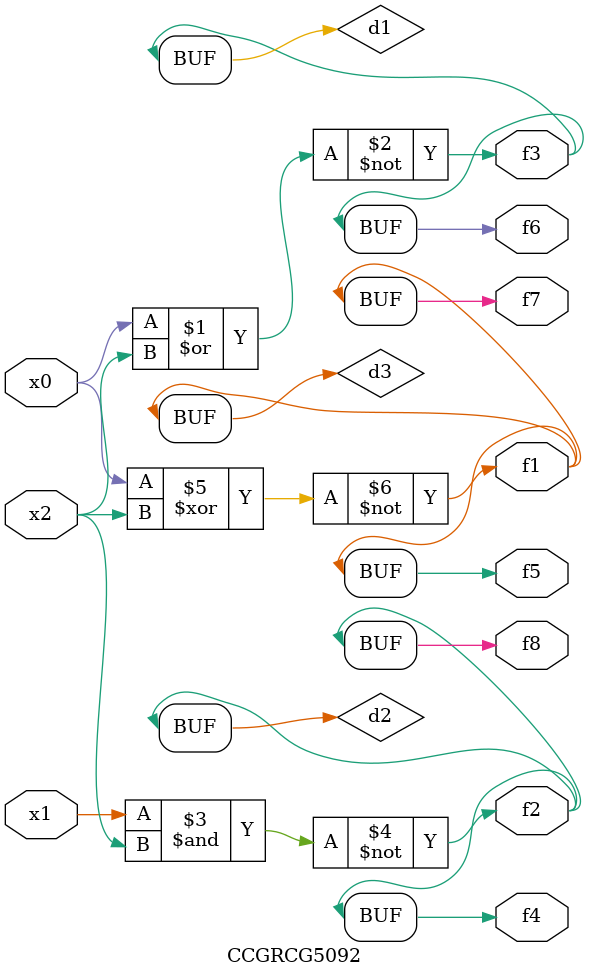
<source format=v>
module CCGRCG5092(
	input x0, x1, x2,
	output f1, f2, f3, f4, f5, f6, f7, f8
);

	wire d1, d2, d3;

	nor (d1, x0, x2);
	nand (d2, x1, x2);
	xnor (d3, x0, x2);
	assign f1 = d3;
	assign f2 = d2;
	assign f3 = d1;
	assign f4 = d2;
	assign f5 = d3;
	assign f6 = d1;
	assign f7 = d3;
	assign f8 = d2;
endmodule

</source>
